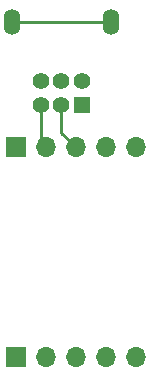
<source format=gbr>
%TF.GenerationSoftware,KiCad,Pcbnew,(6.0.7)*%
%TF.CreationDate,2022-08-31T20:47:36+01:00*%
%TF.ProjectId,Adapter,41646170-7465-4722-9e6b-696361645f70,rev?*%
%TF.SameCoordinates,Original*%
%TF.FileFunction,Copper,L2,Bot*%
%TF.FilePolarity,Positive*%
%FSLAX46Y46*%
G04 Gerber Fmt 4.6, Leading zero omitted, Abs format (unit mm)*
G04 Created by KiCad (PCBNEW (6.0.7)) date 2022-08-31 20:47:36*
%MOMM*%
%LPD*%
G01*
G04 APERTURE LIST*
%TA.AperFunction,ComponentPad*%
%ADD10R,1.700000X1.700000*%
%TD*%
%TA.AperFunction,ComponentPad*%
%ADD11O,1.700000X1.700000*%
%TD*%
%TA.AperFunction,ComponentPad*%
%ADD12R,1.400000X1.400000*%
%TD*%
%TA.AperFunction,ComponentPad*%
%ADD13C,1.400000*%
%TD*%
%TA.AperFunction,ComponentPad*%
%ADD14O,1.400000X2.200000*%
%TD*%
%TA.AperFunction,Conductor*%
%ADD15C,0.250000*%
%TD*%
G04 APERTURE END LIST*
D10*
%TO.P,U1,13,GND*%
%TO.N,unconnected-(U1-Pad13)*%
X147066000Y-116078000D03*
D11*
%TO.P,U1,14,GPIO10*%
%TO.N,unconnected-(U1-Pad14)*%
X149606000Y-116078000D03*
%TO.P,U1,15,GPIO11*%
%TO.N,unconnected-(U1-Pad15)*%
X152146000Y-116078000D03*
%TO.P,U1,16,GPIO12*%
%TO.N,unconnected-(U1-Pad16)*%
X154686000Y-116078000D03*
%TO.P,U1,17,GPIO13*%
%TO.N,unconnected-(U1-Pad17)*%
X157226000Y-116078000D03*
%TO.P,U1,24,GPIO18*%
%TO.N,PSD*%
X157226000Y-98298000D03*
%TO.P,U1,25,GPIO19*%
%TO.N,PSO*%
X154686000Y-98298000D03*
%TO.P,U1,26,GPIO20*%
%TO.N,PSI*%
X152146000Y-98298000D03*
%TO.P,U1,27,GPIO21*%
%TO.N,PSC*%
X149606000Y-98298000D03*
D10*
%TO.P,U1,28,GND*%
%TO.N,GND*%
X147066000Y-98298000D03*
%TD*%
D12*
%TO.P,J1,1,VDD*%
%TO.N,unconnected-(J1-Pad1)*%
X152622000Y-94731500D03*
D13*
%TO.P,J1,2,SO*%
%TO.N,PSO*%
X152622000Y-92731500D03*
%TO.P,J1,3,SI*%
%TO.N,PSI*%
X150922000Y-94731500D03*
%TO.P,J1,4,SD*%
%TO.N,PSD*%
X150922000Y-92731500D03*
%TO.P,J1,5,SC*%
%TO.N,PSC*%
X149222000Y-94731500D03*
%TO.P,J1,6,GND*%
%TO.N,GND*%
X149222000Y-92731500D03*
D14*
%TO.P,J1,SH*%
%TO.N,unconnected-(J1-PadSH)*%
X155122000Y-87731500D03*
X146722000Y-87731500D03*
%TD*%
D15*
%TO.N,PSI*%
X150922000Y-97074000D02*
X150922000Y-94731500D01*
X152146000Y-98298000D02*
X150922000Y-97074000D01*
%TO.N,PSC*%
X149222000Y-97914000D02*
X149222000Y-94731500D01*
X149606000Y-98298000D02*
X149222000Y-97914000D01*
%TO.N,unconnected-(J1-PadSH)*%
X146722000Y-87731500D02*
X155122000Y-87731500D01*
%TD*%
M02*

</source>
